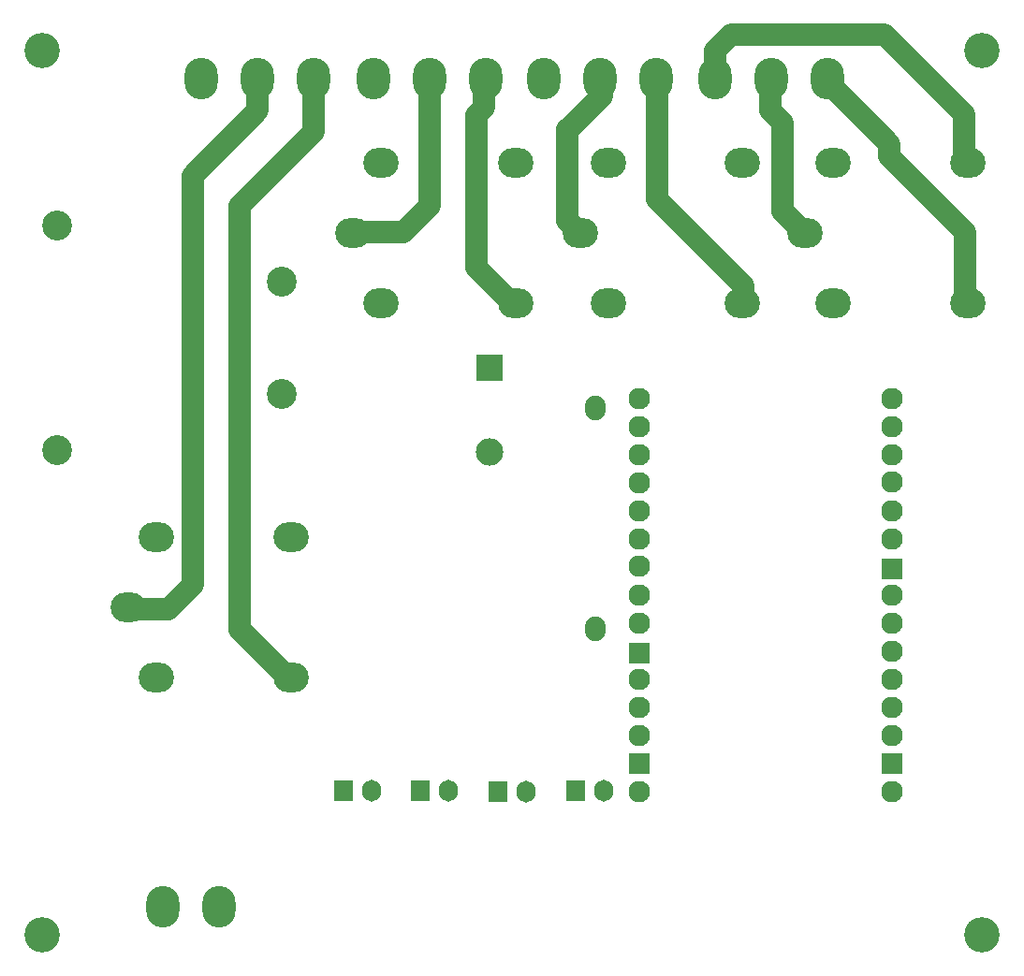
<source format=gbs>
G04 Layer_Color=16711935*
%FSLAX44Y44*%
%MOMM*%
G71*
G01*
G75*
%ADD43C,2.0000*%
%ADD51R,1.9558X1.9558*%
%ADD52C,1.9558*%
%ADD53O,1.8542X2.2352*%
%ADD54O,2.9972X3.7592*%
%ADD55C,2.7032*%
%ADD56C,2.4892*%
%ADD57R,2.4892X2.4892*%
%ADD58O,3.2032X2.7032*%
%ADD59R,1.7272X1.9812*%
%ADD60O,1.7272X1.9812*%
%ADD61C,3.2032*%
D43*
X-344000Y-106000D02*
X-343000Y-105000D01*
X-311000D01*
X-289000Y-83000D01*
Y287000D01*
X-230000Y346000D01*
Y375000D01*
X-246000Y-124000D02*
X-201000Y-169000D01*
X-246000Y-124000D02*
Y260000D01*
X-242000Y264000D01*
Y264000D01*
X-207000Y299000D01*
X-179200Y326800D01*
Y375000D01*
X-32000Y204000D02*
X3000Y169000D01*
X-32000Y204000D02*
Y342000D01*
X-25000Y349000D01*
Y377000D01*
X-139000Y235000D02*
X-138000Y236000D01*
X-98000D01*
X-74200Y259800D01*
Y375000D01*
X131000D02*
X133000Y377000D01*
X409000Y304000D02*
X411000Y302000D01*
X409000Y304000D02*
Y343000D01*
X386000Y366000D02*
X409000Y343000D01*
X337000Y415000D02*
X386000Y366000D01*
X198000Y415000D02*
X337000D01*
X183400Y400400D02*
X198000Y415000D01*
X183400Y375000D02*
Y400400D01*
X410000Y177000D02*
X412000Y175000D01*
X410000Y177000D02*
Y236000D01*
X377000Y269000D02*
X410000Y236000D01*
X341000Y305000D02*
X377000Y269000D01*
X341000Y305000D02*
Y316000D01*
X285000Y372000D02*
X341000Y316000D01*
X285000Y372000D02*
Y375000D01*
X245000Y255000D02*
X265000Y235000D01*
X245000Y255000D02*
Y335000D01*
X234000Y346000D02*
X245000Y335000D01*
X234000Y346000D02*
Y379000D01*
X208500Y171500D02*
X209000Y172000D01*
Y188000D01*
X185000Y212000D02*
X209000Y188000D01*
X185000Y212000D02*
Y212000D01*
X131000Y266000D02*
X185000Y212000D01*
X131000Y266000D02*
Y375000D01*
X50000Y246500D02*
X61500Y235000D01*
X50000Y246500D02*
Y329000D01*
X52000Y330000D02*
X81000Y359000D01*
Y379000D01*
D51*
X343600Y-68470D02*
D03*
X115000Y-245000D02*
D03*
Y-144670D02*
D03*
X343600Y-245000D02*
D03*
D52*
X115000Y-270400D02*
D03*
Y-168800D02*
D03*
Y-194200D02*
D03*
Y-219600D02*
D03*
Y-118000D02*
D03*
Y-92600D02*
D03*
Y-65930D02*
D03*
Y85200D02*
D03*
Y59800D02*
D03*
Y34400D02*
D03*
Y9000D02*
D03*
Y-16400D02*
D03*
Y-41800D02*
D03*
X343600Y-270400D02*
D03*
Y-168800D02*
D03*
Y-194200D02*
D03*
Y-219600D02*
D03*
Y-143400D02*
D03*
Y-118000D02*
D03*
Y-92600D02*
D03*
Y85200D02*
D03*
Y59800D02*
D03*
Y34400D02*
D03*
Y10270D02*
D03*
Y-16400D02*
D03*
Y-41800D02*
D03*
D53*
X75000Y-123000D02*
D03*
Y77000D02*
D03*
D54*
X234200Y375000D02*
D03*
X285000D02*
D03*
X183400D02*
D03*
X80000D02*
D03*
X130800D02*
D03*
X29200D02*
D03*
X-74200D02*
D03*
X-23400D02*
D03*
X-125000D02*
D03*
X-230000D02*
D03*
X-179200D02*
D03*
X-280800D02*
D03*
X-264600Y-374000D02*
D03*
X-315400D02*
D03*
D55*
X-208400Y190800D02*
D03*
Y89200D02*
D03*
X-411600Y38400D02*
D03*
Y241600D02*
D03*
D56*
X-20000Y36900D02*
D03*
D57*
Y113100D02*
D03*
D58*
X-200000Y-167000D02*
D03*
Y-40000D02*
D03*
X-321600Y-167000D02*
D03*
Y-40000D02*
D03*
X-347000Y-103500D02*
D03*
X3500Y171500D02*
D03*
Y298500D02*
D03*
X-118100Y171500D02*
D03*
Y298500D02*
D03*
X-143500Y235000D02*
D03*
X208500Y171500D02*
D03*
Y298500D02*
D03*
X86900Y171500D02*
D03*
Y298500D02*
D03*
X61500Y235000D02*
D03*
X412000Y171500D02*
D03*
Y298500D02*
D03*
X290400Y171500D02*
D03*
Y298500D02*
D03*
X265000Y235000D02*
D03*
D59*
X-152700Y-269000D02*
D03*
X-82700D02*
D03*
X-12700Y-270000D02*
D03*
X57300Y-269000D02*
D03*
D60*
X-127300D02*
D03*
X-57300D02*
D03*
X12700Y-270000D02*
D03*
X82700Y-269000D02*
D03*
D61*
X-425000Y400000D02*
D03*
X425000D02*
D03*
X-425000Y-400000D02*
D03*
X425000D02*
D03*
M02*

</source>
